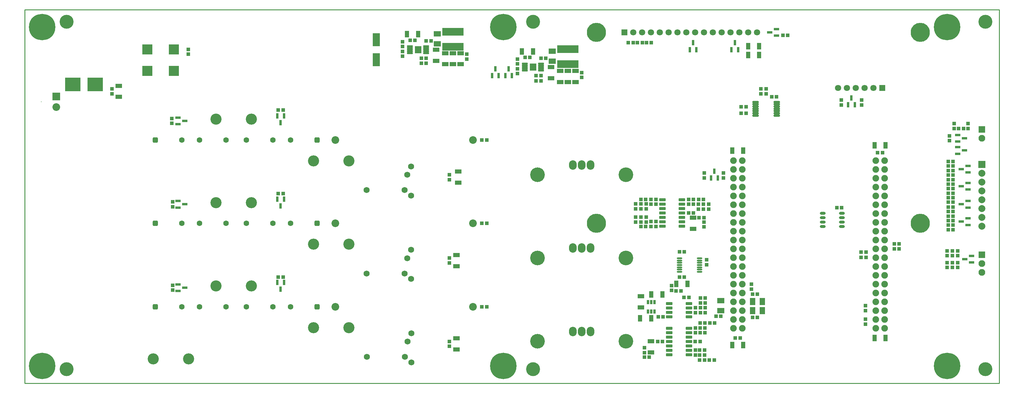
<source format=gts>
G04 Layer_Color=8388736*
%FSLAX43Y43*%
%MOMM*%
G71*
G01*
G75*
%ADD38C,0.254*%
%ADD78R,2.903X2.903*%
%ADD79O,1.550X0.500*%
%ADD80R,6.203X2.203*%
%ADD81R,0.803X1.203*%
%ADD82R,1.553X0.803*%
%ADD83O,1.653X0.853*%
%ADD84R,2.003X1.543*%
%ADD85R,1.003X1.103*%
G04:AMPARAMS|DCode=86|XSize=0.653mm|YSize=1.803mm|CornerRadius=0.151mm|HoleSize=0mm|Usage=FLASHONLY|Rotation=90.000|XOffset=0mm|YOffset=0mm|HoleType=Round|Shape=RoundedRectangle|*
%AMROUNDEDRECTD86*
21,1,0.653,1.501,0,0,90.0*
21,1,0.351,1.803,0,0,90.0*
1,1,0.302,0.750,0.175*
1,1,0.302,0.750,-0.175*
1,1,0.302,-0.750,-0.175*
1,1,0.302,-0.750,0.175*
%
%ADD86ROUNDEDRECTD86*%
%ADD87R,4.443X4.013*%
%ADD88R,2.003X3.753*%
%ADD89C,4.000*%
G04:AMPARAMS|DCode=90|XSize=0.853mm|YSize=1.853mm|CornerRadius=0.15mm|HoleSize=0mm|Usage=FLASHONLY|Rotation=90.000|XOffset=0mm|YOffset=0mm|HoleType=Round|Shape=RoundedRectangle|*
%AMROUNDEDRECTD90*
21,1,0.853,1.552,0,0,90.0*
21,1,0.552,1.853,0,0,90.0*
1,1,0.301,0.776,0.276*
1,1,0.301,0.776,-0.276*
1,1,0.301,-0.776,-0.276*
1,1,0.301,-0.776,0.276*
%
%ADD90ROUNDEDRECTD90*%
%ADD91R,1.903X1.203*%
%ADD92R,1.103X1.003*%
G04:AMPARAMS|DCode=93|XSize=0.503mm|YSize=1.753mm|CornerRadius=0.151mm|HoleSize=0mm|Usage=FLASHONLY|Rotation=90.000|XOffset=0mm|YOffset=0mm|HoleType=Round|Shape=RoundedRectangle|*
%AMROUNDEDRECTD93*
21,1,0.503,1.451,0,0,90.0*
21,1,0.201,1.753,0,0,90.0*
1,1,0.302,0.726,0.101*
1,1,0.302,0.726,-0.101*
1,1,0.302,-0.726,-0.101*
1,1,0.302,-0.726,0.101*
%
%ADD93ROUNDEDRECTD93*%
G04:AMPARAMS|DCode=94|XSize=1.933mm|YSize=2.103mm|CornerRadius=0.153mm|HoleSize=0mm|Usage=FLASHONLY|Rotation=0.000|XOffset=0mm|YOffset=0mm|HoleType=Round|Shape=RoundedRectangle|*
%AMROUNDEDRECTD94*
21,1,1.933,1.796,0,0,0.0*
21,1,1.626,2.103,0,0,0.0*
1,1,0.307,0.813,-0.898*
1,1,0.307,-0.813,-0.898*
1,1,0.307,-0.813,0.898*
1,1,0.307,0.813,0.898*
%
%ADD94ROUNDEDRECTD94*%
%ADD95R,0.803X1.553*%
%ADD96R,1.543X2.003*%
%ADD97R,1.203X1.903*%
%ADD98O,2.203X2.703*%
%ADD99C,2.203*%
%ADD100C,3.203*%
%ADD101C,1.803*%
%ADD102R,1.803X1.803*%
%ADD103C,1.727*%
%ADD104C,7.603*%
%ADD105C,5.503*%
%ADD106C,1.903*%
%ADD107C,1.953*%
%ADD108R,1.953X1.953*%
%ADD109C,4.203*%
%ADD110R,0.203X0.203*%
%ADD111R,2.203X2.203*%
%ADD112C,2.003*%
%ADD113R,2.003X2.003*%
%ADD114C,1.603*%
G04:AMPARAMS|DCode=115|XSize=1.603mm|YSize=1.603mm|CornerRadius=0.452mm|HoleSize=0mm|Usage=FLASHONLY|Rotation=180.000|XOffset=0mm|YOffset=0mm|HoleType=Round|Shape=RoundedRectangle|*
%AMROUNDEDRECTD115*
21,1,1.603,0.700,0,0,180.0*
21,1,0.700,1.603,0,0,180.0*
1,1,0.903,-0.350,0.350*
1,1,0.903,0.350,0.350*
1,1,0.903,0.350,-0.350*
1,1,0.903,-0.350,-0.350*
%
%ADD115ROUNDEDRECTD115*%
%ADD116C,0.803*%
D38*
X0Y0D02*
X280000D01*
Y107500D01*
X0D02*
X280000D01*
X0Y0D02*
Y107500D01*
D78*
X35190Y96110D02*
D03*
X42810D02*
D03*
Y89890D02*
D03*
X35190D02*
D03*
D79*
X193875Y32050D02*
D03*
Y32700D02*
D03*
Y33350D02*
D03*
Y34000D02*
D03*
Y34650D02*
D03*
Y35300D02*
D03*
Y35950D02*
D03*
X188125Y32050D02*
D03*
Y32700D02*
D03*
Y33350D02*
D03*
Y34000D02*
D03*
Y34650D02*
D03*
Y35300D02*
D03*
Y35950D02*
D03*
D80*
X156000Y96150D02*
D03*
Y91850D02*
D03*
X123000Y101150D02*
D03*
Y96850D02*
D03*
D81*
X179050Y23375D02*
D03*
X180000D02*
D03*
X180950D02*
D03*
Y20625D02*
D03*
X180000D02*
D03*
X179050D02*
D03*
D82*
X268025Y71450D02*
D03*
Y69550D02*
D03*
X269975Y70500D02*
D03*
Y67000D02*
D03*
X268025Y66050D02*
D03*
Y67950D02*
D03*
X214025Y101000D02*
D03*
X215975Y101950D02*
D03*
Y100050D02*
D03*
X45975Y75500D02*
D03*
X44025Y74550D02*
D03*
Y76450D02*
D03*
X45975Y51500D02*
D03*
X44025Y50550D02*
D03*
Y52450D02*
D03*
X45975Y27500D02*
D03*
X44025Y26550D02*
D03*
Y28450D02*
D03*
X269025Y61600D02*
D03*
X270975Y62550D02*
D03*
Y60650D02*
D03*
X269025Y56700D02*
D03*
X270975Y57650D02*
D03*
Y55750D02*
D03*
X269025Y51500D02*
D03*
X270975Y52450D02*
D03*
Y50550D02*
D03*
X269025Y46500D02*
D03*
X270975Y47450D02*
D03*
Y45550D02*
D03*
X271975Y34750D02*
D03*
Y36650D02*
D03*
X270025Y35700D02*
D03*
D83*
X229275Y48905D02*
D03*
Y47635D02*
D03*
Y46365D02*
D03*
Y45095D02*
D03*
X234725Y48905D02*
D03*
Y47635D02*
D03*
Y46365D02*
D03*
Y45095D02*
D03*
D84*
X151500Y95530D02*
D03*
Y92670D02*
D03*
X200000Y20870D02*
D03*
Y23730D02*
D03*
X118500Y97670D02*
D03*
Y100530D02*
D03*
D85*
X241700Y36200D02*
D03*
X240300D02*
D03*
X269700Y73300D02*
D03*
X268300D02*
D03*
X210500Y25600D02*
D03*
X209100D02*
D03*
X198600Y19300D02*
D03*
X200000D02*
D03*
X210500Y18900D02*
D03*
X209100D02*
D03*
X219200Y100100D02*
D03*
X217800D02*
D03*
X265300Y44200D02*
D03*
X266700D02*
D03*
X265300Y48100D02*
D03*
X266700D02*
D03*
X265300Y49400D02*
D03*
X266700D02*
D03*
X265300Y53400D02*
D03*
X266700D02*
D03*
X265300Y54700D02*
D03*
X266700D02*
D03*
X265300Y58600D02*
D03*
X266700D02*
D03*
X265300Y59900D02*
D03*
X266700D02*
D03*
X265300Y63800D02*
D03*
X266700D02*
D03*
Y62500D02*
D03*
X265300D02*
D03*
X266700Y61200D02*
D03*
X265300D02*
D03*
X266700Y57300D02*
D03*
X265300D02*
D03*
X266700Y56000D02*
D03*
X265300D02*
D03*
X195300Y9500D02*
D03*
X193900D02*
D03*
Y6700D02*
D03*
X195300D02*
D03*
Y8100D02*
D03*
X193900D02*
D03*
X189400Y24700D02*
D03*
X190800D02*
D03*
X182000Y19100D02*
D03*
X183400D02*
D03*
X194000Y12000D02*
D03*
X192600D02*
D03*
X178600Y98000D02*
D03*
X180000D02*
D03*
X177400D02*
D03*
X176000D02*
D03*
X266700Y52100D02*
D03*
X265300D02*
D03*
X266700Y50700D02*
D03*
X265300D02*
D03*
X266700Y46800D02*
D03*
X265300D02*
D03*
X266700Y45500D02*
D03*
X265300D02*
D03*
X74200Y78600D02*
D03*
X72800D02*
D03*
X74200Y54600D02*
D03*
X72800D02*
D03*
X74200Y30500D02*
D03*
X72800D02*
D03*
X113900Y93500D02*
D03*
X115300D02*
D03*
Y92100D02*
D03*
X113900D02*
D03*
X146900Y88500D02*
D03*
X148300D02*
D03*
Y87000D02*
D03*
X146900D02*
D03*
X132700Y70000D02*
D03*
X131300D02*
D03*
X192100Y51500D02*
D03*
X190700D02*
D03*
Y52900D02*
D03*
X192100D02*
D03*
X132700Y46000D02*
D03*
X131300D02*
D03*
X179900Y51500D02*
D03*
X181300D02*
D03*
Y52900D02*
D03*
X179900D02*
D03*
X132700Y22000D02*
D03*
X131300D02*
D03*
X179900Y46500D02*
D03*
X181300D02*
D03*
Y45100D02*
D03*
X179900D02*
D03*
X195500Y20300D02*
D03*
X194100D02*
D03*
Y24500D02*
D03*
X195500D02*
D03*
Y21700D02*
D03*
X194100D02*
D03*
X195400Y14500D02*
D03*
X194000D02*
D03*
X195400Y15900D02*
D03*
X194000D02*
D03*
Y17300D02*
D03*
X195400D02*
D03*
X193700Y47600D02*
D03*
X195100D02*
D03*
X179400Y7500D02*
D03*
X178000D02*
D03*
X214600Y82400D02*
D03*
X216000D02*
D03*
X174800Y98000D02*
D03*
X173400D02*
D03*
X110700Y98700D02*
D03*
X112100D02*
D03*
X116700Y98500D02*
D03*
X115300D02*
D03*
X145100Y93800D02*
D03*
X143700D02*
D03*
X149700Y93500D02*
D03*
X148300D02*
D03*
X233300Y50500D02*
D03*
X234700D02*
D03*
X246430Y66370D02*
D03*
X245030D02*
D03*
X204130Y12970D02*
D03*
X205530D02*
D03*
X192100Y49000D02*
D03*
X190700D02*
D03*
X189500Y30500D02*
D03*
X188100D02*
D03*
X188500Y26600D02*
D03*
X187100D02*
D03*
X193600Y52900D02*
D03*
X195000D02*
D03*
X178400D02*
D03*
X177000D02*
D03*
X189500Y37800D02*
D03*
X188100D02*
D03*
X178400Y45100D02*
D03*
X177000D02*
D03*
X181800Y12000D02*
D03*
X183200D02*
D03*
X196700Y6700D02*
D03*
X198100D02*
D03*
X195500Y23100D02*
D03*
X194100D02*
D03*
X198200Y17300D02*
D03*
X196800D02*
D03*
X205800Y79600D02*
D03*
X207200D02*
D03*
X205800Y77700D02*
D03*
X207200D02*
D03*
X251200Y40100D02*
D03*
X249800D02*
D03*
X240300Y37700D02*
D03*
X241700D02*
D03*
X249800Y38700D02*
D03*
X251200D02*
D03*
D86*
X209950Y80950D02*
D03*
Y80300D02*
D03*
Y79650D02*
D03*
Y79000D02*
D03*
Y78350D02*
D03*
Y77700D02*
D03*
Y77050D02*
D03*
X216050Y80950D02*
D03*
Y80300D02*
D03*
Y79650D02*
D03*
Y79000D02*
D03*
Y78350D02*
D03*
Y77700D02*
D03*
Y77050D02*
D03*
D87*
X13815Y86000D02*
D03*
X20185D02*
D03*
D88*
X101000Y98875D02*
D03*
Y93125D02*
D03*
D89*
X12000Y104000D02*
D03*
X146000Y4000D02*
D03*
X12000D02*
D03*
X146000Y104000D02*
D03*
X276000Y4000D02*
D03*
Y104000D02*
D03*
D90*
X185175Y15810D02*
D03*
Y14540D02*
D03*
Y13270D02*
D03*
Y12000D02*
D03*
Y10730D02*
D03*
Y9460D02*
D03*
Y8190D02*
D03*
X190825Y15810D02*
D03*
Y14540D02*
D03*
Y13270D02*
D03*
Y12000D02*
D03*
Y10730D02*
D03*
Y9460D02*
D03*
Y8190D02*
D03*
X185175Y22905D02*
D03*
Y21635D02*
D03*
Y20365D02*
D03*
Y19095D02*
D03*
X190825Y22905D02*
D03*
Y21635D02*
D03*
Y20365D02*
D03*
Y19095D02*
D03*
X188825Y45190D02*
D03*
Y46460D02*
D03*
Y47730D02*
D03*
Y49000D02*
D03*
Y50270D02*
D03*
Y51540D02*
D03*
Y52810D02*
D03*
X183175Y45190D02*
D03*
Y46460D02*
D03*
Y47730D02*
D03*
Y49000D02*
D03*
Y50270D02*
D03*
Y51540D02*
D03*
Y52810D02*
D03*
D91*
X179900Y8900D02*
D03*
Y12100D02*
D03*
X151200Y91000D02*
D03*
Y87800D02*
D03*
X125200Y95000D02*
D03*
Y91800D02*
D03*
X177000Y25000D02*
D03*
Y21800D02*
D03*
X118200Y96000D02*
D03*
Y92800D02*
D03*
X123000Y95000D02*
D03*
Y91800D02*
D03*
X120800Y95000D02*
D03*
Y91800D02*
D03*
X158200Y89900D02*
D03*
Y86700D02*
D03*
X156000Y89900D02*
D03*
Y86700D02*
D03*
X153800Y89900D02*
D03*
Y86700D02*
D03*
X27000Y85600D02*
D03*
Y82400D02*
D03*
X192000Y47600D02*
D03*
Y44400D02*
D03*
X124500Y60900D02*
D03*
Y57700D02*
D03*
X124000Y36900D02*
D03*
Y33700D02*
D03*
Y12900D02*
D03*
Y9700D02*
D03*
D92*
X267000Y73300D02*
D03*
Y74700D02*
D03*
X241500Y18400D02*
D03*
Y17000D02*
D03*
X208800Y28500D02*
D03*
Y27100D02*
D03*
X241500Y20900D02*
D03*
Y22300D02*
D03*
X195900Y34100D02*
D03*
Y35500D02*
D03*
X268000Y33300D02*
D03*
Y34700D02*
D03*
Y38100D02*
D03*
Y36700D02*
D03*
X42200Y76200D02*
D03*
Y74800D02*
D03*
X234600Y81500D02*
D03*
Y80100D02*
D03*
X42500Y52200D02*
D03*
Y50800D02*
D03*
X240400Y81500D02*
D03*
Y80100D02*
D03*
X42500Y28200D02*
D03*
Y26800D02*
D03*
X108500Y98300D02*
D03*
Y96900D02*
D03*
X141500Y93300D02*
D03*
Y91900D02*
D03*
X195000Y51500D02*
D03*
Y50100D02*
D03*
X196500D02*
D03*
Y51500D02*
D03*
X177000Y51600D02*
D03*
Y50200D02*
D03*
X175500D02*
D03*
Y51600D02*
D03*
X177000Y46400D02*
D03*
Y47800D02*
D03*
X175500D02*
D03*
Y46400D02*
D03*
X185800Y28100D02*
D03*
Y26700D02*
D03*
X108500Y95500D02*
D03*
Y94100D02*
D03*
X127000Y94700D02*
D03*
Y93300D02*
D03*
X141500Y89100D02*
D03*
Y90500D02*
D03*
X160000Y88000D02*
D03*
Y89400D02*
D03*
X47000Y94700D02*
D03*
Y96100D02*
D03*
X25000Y83300D02*
D03*
Y84700D02*
D03*
X200730Y60470D02*
D03*
Y59070D02*
D03*
X195230Y60470D02*
D03*
Y59070D02*
D03*
X195100Y45000D02*
D03*
Y46400D02*
D03*
X122000Y58600D02*
D03*
Y60000D02*
D03*
X193500Y51500D02*
D03*
Y50100D02*
D03*
X122000Y34600D02*
D03*
Y36000D02*
D03*
X178500Y51600D02*
D03*
Y50200D02*
D03*
X122000Y10600D02*
D03*
Y12000D02*
D03*
X178500Y46400D02*
D03*
Y47800D02*
D03*
X178000Y10200D02*
D03*
Y8800D02*
D03*
X192700Y9500D02*
D03*
Y8100D02*
D03*
Y20300D02*
D03*
Y21700D02*
D03*
Y14500D02*
D03*
Y15900D02*
D03*
X271000Y73300D02*
D03*
Y74700D02*
D03*
X266500Y38100D02*
D03*
Y36700D02*
D03*
Y33300D02*
D03*
Y34700D02*
D03*
X265000Y38100D02*
D03*
Y36700D02*
D03*
Y34700D02*
D03*
Y33300D02*
D03*
X265700Y71200D02*
D03*
Y69800D02*
D03*
X211500Y84700D02*
D03*
Y83300D02*
D03*
X213000Y84700D02*
D03*
Y83300D02*
D03*
D93*
X148325Y90000D02*
D03*
Y90500D02*
D03*
Y91000D02*
D03*
Y91500D02*
D03*
X143675Y90000D02*
D03*
Y90500D02*
D03*
Y91000D02*
D03*
Y91500D02*
D03*
Y92000D02*
D03*
X148325D02*
D03*
X115325Y97000D02*
D03*
X110675D02*
D03*
Y96500D02*
D03*
Y96000D02*
D03*
Y95500D02*
D03*
Y95000D02*
D03*
X115325Y96500D02*
D03*
Y96000D02*
D03*
Y95500D02*
D03*
Y95000D02*
D03*
D94*
X146000Y91000D02*
D03*
X113000Y96000D02*
D03*
D95*
X139000Y90475D02*
D03*
X139950Y88525D02*
D03*
X138050D02*
D03*
X135200Y90475D02*
D03*
X136150Y88525D02*
D03*
X134250D02*
D03*
X198130Y61045D02*
D03*
X199080Y59095D02*
D03*
X197180D02*
D03*
X73500Y75025D02*
D03*
X72550Y76975D02*
D03*
X74450D02*
D03*
X73500Y51025D02*
D03*
X72550Y52975D02*
D03*
X74450D02*
D03*
X73500Y27025D02*
D03*
X72550Y28975D02*
D03*
X74450D02*
D03*
X204000Y97975D02*
D03*
X204950Y96025D02*
D03*
X203050D02*
D03*
X192000Y97975D02*
D03*
X192950Y96025D02*
D03*
X191050D02*
D03*
X237500Y82075D02*
D03*
X238450Y80125D02*
D03*
X236550D02*
D03*
D96*
X209070Y23500D02*
D03*
X211930D02*
D03*
X209070Y20900D02*
D03*
X211930D02*
D03*
D97*
X180000Y18700D02*
D03*
X176800D02*
D03*
X180000Y25500D02*
D03*
X183200D02*
D03*
X211000Y97000D02*
D03*
X207800D02*
D03*
X211000Y94500D02*
D03*
X207800D02*
D03*
X109800Y100500D02*
D03*
X113000D02*
D03*
X142800Y95500D02*
D03*
X146000D02*
D03*
X203230Y66970D02*
D03*
X206430D02*
D03*
X247330Y12970D02*
D03*
X244130D02*
D03*
Y68470D02*
D03*
X247330D02*
D03*
X206430Y10970D02*
D03*
X203230D02*
D03*
X187200Y28600D02*
D03*
X190400D02*
D03*
D98*
X162550Y14900D02*
D03*
X160000D02*
D03*
X157450D02*
D03*
X162550Y62800D02*
D03*
X160000D02*
D03*
X157450D02*
D03*
Y38900D02*
D03*
X160000D02*
D03*
X162550D02*
D03*
D99*
X89250Y22000D02*
D03*
X128750D02*
D03*
X9000Y79500D02*
D03*
X89250Y70000D02*
D03*
X128750D02*
D03*
X89250Y46000D02*
D03*
X128750D02*
D03*
D100*
X65080Y76000D02*
D03*
X54920D02*
D03*
X47080Y7000D02*
D03*
X36920D02*
D03*
X82920Y16000D02*
D03*
X93080D02*
D03*
Y40000D02*
D03*
X82920D02*
D03*
X93080Y64000D02*
D03*
X82920D02*
D03*
X65080Y28000D02*
D03*
X54920D02*
D03*
X65080Y52000D02*
D03*
X54920D02*
D03*
D101*
X233650Y85000D02*
D03*
X238730D02*
D03*
X243810D02*
D03*
X241270D02*
D03*
X236190D02*
D03*
X207810Y101000D02*
D03*
X202730D02*
D03*
X195110D02*
D03*
X190030D02*
D03*
X184950D02*
D03*
X179870D02*
D03*
X174790D02*
D03*
X177330D02*
D03*
X182410D02*
D03*
X187490D02*
D03*
X192570D02*
D03*
X197650D02*
D03*
X200190D02*
D03*
X205270D02*
D03*
X210350D02*
D03*
D102*
X246350Y85000D02*
D03*
X172250Y101000D02*
D03*
D103*
X111100Y14380D02*
D03*
X109220Y7570D02*
D03*
X98300D02*
D03*
X109980Y11970D02*
D03*
X111100Y6000D02*
D03*
X111000Y62380D02*
D03*
X109120Y55570D02*
D03*
X98200D02*
D03*
X109880Y59970D02*
D03*
X111000Y54000D02*
D03*
X98200Y31570D02*
D03*
X111000Y30000D02*
D03*
X109120Y31570D02*
D03*
X109880Y35970D02*
D03*
X111000Y38380D02*
D03*
D104*
X5000Y5000D02*
D03*
Y102500D02*
D03*
X137500D02*
D03*
X265000D02*
D03*
Y5000D02*
D03*
X137500Y5000D02*
D03*
D105*
X164250Y46000D02*
D03*
Y101000D02*
D03*
X257250D02*
D03*
X257270Y46000D02*
D03*
D106*
X203560Y64100D02*
D03*
Y61560D02*
D03*
Y59020D02*
D03*
Y56480D02*
D03*
Y53940D02*
D03*
Y51400D02*
D03*
Y48860D02*
D03*
Y46320D02*
D03*
Y43780D02*
D03*
Y41240D02*
D03*
Y38700D02*
D03*
Y36160D02*
D03*
Y33620D02*
D03*
Y31080D02*
D03*
Y28540D02*
D03*
Y26000D02*
D03*
Y23460D02*
D03*
Y20920D02*
D03*
Y18380D02*
D03*
Y15840D02*
D03*
X206100Y64100D02*
D03*
Y61560D02*
D03*
Y59020D02*
D03*
Y56480D02*
D03*
Y53940D02*
D03*
Y51400D02*
D03*
Y48860D02*
D03*
Y46320D02*
D03*
Y43780D02*
D03*
Y41240D02*
D03*
Y38700D02*
D03*
Y36160D02*
D03*
Y33620D02*
D03*
Y31080D02*
D03*
Y28540D02*
D03*
Y26000D02*
D03*
Y23460D02*
D03*
Y20920D02*
D03*
Y18380D02*
D03*
Y15840D02*
D03*
X247000D02*
D03*
Y18380D02*
D03*
Y20920D02*
D03*
Y23460D02*
D03*
Y26000D02*
D03*
Y28540D02*
D03*
Y31080D02*
D03*
Y33620D02*
D03*
Y36160D02*
D03*
Y38700D02*
D03*
Y41240D02*
D03*
Y43780D02*
D03*
Y46320D02*
D03*
Y48860D02*
D03*
Y51400D02*
D03*
Y53940D02*
D03*
Y56480D02*
D03*
Y59020D02*
D03*
Y61560D02*
D03*
Y64100D02*
D03*
X244460Y15840D02*
D03*
Y18380D02*
D03*
Y20920D02*
D03*
Y23460D02*
D03*
Y26000D02*
D03*
Y28540D02*
D03*
Y31080D02*
D03*
Y33620D02*
D03*
Y36160D02*
D03*
Y38700D02*
D03*
Y41240D02*
D03*
Y43780D02*
D03*
Y46320D02*
D03*
Y48860D02*
D03*
Y51400D02*
D03*
Y53940D02*
D03*
Y56480D02*
D03*
Y59020D02*
D03*
Y61560D02*
D03*
Y64100D02*
D03*
D107*
X275000Y31920D02*
D03*
Y34460D02*
D03*
Y70460D02*
D03*
D108*
Y37000D02*
D03*
Y73000D02*
D03*
D109*
X147300Y60000D02*
D03*
X172700D02*
D03*
X147300Y12100D02*
D03*
X172700D02*
D03*
X147300Y36000D02*
D03*
X172700D02*
D03*
D110*
X4680Y81000D02*
D03*
D111*
X9000Y82500D02*
D03*
D112*
X275000Y45220D02*
D03*
Y47760D02*
D03*
Y50300D02*
D03*
Y52840D02*
D03*
Y55380D02*
D03*
Y57920D02*
D03*
Y60460D02*
D03*
D113*
Y63000D02*
D03*
D114*
X63680Y22000D02*
D03*
X71300D02*
D03*
X76380D02*
D03*
X45120Y70000D02*
D03*
X50200D02*
D03*
X57820D02*
D03*
X63680Y70000D02*
D03*
X71300D02*
D03*
X76380D02*
D03*
X45120Y46000D02*
D03*
X50200D02*
D03*
X57820D02*
D03*
X63680Y46000D02*
D03*
X71300D02*
D03*
X76380D02*
D03*
X45120Y22000D02*
D03*
X50200D02*
D03*
X57820D02*
D03*
D115*
X84000Y22000D02*
D03*
X37500Y70000D02*
D03*
X84000Y70000D02*
D03*
X37500Y46000D02*
D03*
X84000Y46000D02*
D03*
X37500Y22000D02*
D03*
D116*
X145500Y91500D02*
D03*
X146500D02*
D03*
X145500Y90500D02*
D03*
X146500D02*
D03*
X113500Y95500D02*
D03*
X112500D02*
D03*
X113500Y96500D02*
D03*
X112500D02*
D03*
M02*

</source>
